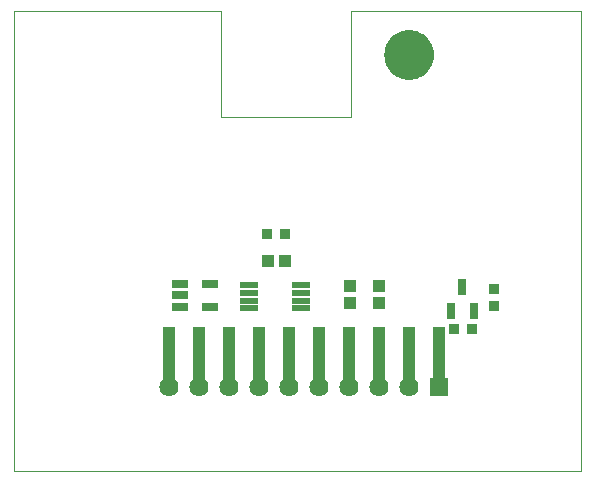
<source format=gts>
G75*
%MOIN*%
%OFA0B0*%
%FSLAX24Y24*%
%IPPOS*%
%LPD*%
%AMOC8*
5,1,8,0,0,1.08239X$1,22.5*
%
%ADD10C,0.0000*%
%ADD11C,0.1654*%
%ADD12R,0.0540X0.0260*%
%ADD13R,0.0600X0.0210*%
%ADD14R,0.0260X0.0540*%
%ADD15R,0.0355X0.0355*%
%ADD16R,0.0414X0.0414*%
%ADD17R,0.0640X0.0640*%
%ADD18C,0.0640*%
%ADD19R,0.0434X0.2040*%
D10*
X000139Y000149D02*
X000139Y015504D01*
X007029Y015504D01*
X007029Y011960D01*
X011360Y011960D01*
X011360Y015504D01*
X019037Y015504D01*
X019037Y000149D01*
X000139Y000149D01*
X012482Y014047D02*
X012484Y014103D01*
X012490Y014159D01*
X012500Y014215D01*
X012513Y014269D01*
X012531Y014323D01*
X012552Y014375D01*
X012576Y014426D01*
X012605Y014475D01*
X012636Y014521D01*
X012671Y014566D01*
X012708Y014608D01*
X012749Y014647D01*
X012792Y014683D01*
X012838Y014716D01*
X012885Y014746D01*
X012935Y014772D01*
X012987Y014795D01*
X013040Y014815D01*
X013094Y014830D01*
X013149Y014842D01*
X013205Y014850D01*
X013261Y014854D01*
X013317Y014854D01*
X013373Y014850D01*
X013429Y014842D01*
X013484Y014830D01*
X013538Y014815D01*
X013591Y014795D01*
X013643Y014772D01*
X013692Y014746D01*
X013740Y014716D01*
X013786Y014683D01*
X013829Y014647D01*
X013870Y014608D01*
X013907Y014566D01*
X013942Y014521D01*
X013973Y014475D01*
X014002Y014426D01*
X014026Y014375D01*
X014047Y014323D01*
X014065Y014269D01*
X014078Y014215D01*
X014088Y014159D01*
X014094Y014103D01*
X014096Y014047D01*
X014094Y013991D01*
X014088Y013935D01*
X014078Y013879D01*
X014065Y013825D01*
X014047Y013771D01*
X014026Y013719D01*
X014002Y013668D01*
X013973Y013619D01*
X013942Y013573D01*
X013907Y013528D01*
X013870Y013486D01*
X013829Y013447D01*
X013786Y013411D01*
X013740Y013378D01*
X013693Y013348D01*
X013643Y013322D01*
X013591Y013299D01*
X013538Y013279D01*
X013484Y013264D01*
X013429Y013252D01*
X013373Y013244D01*
X013317Y013240D01*
X013261Y013240D01*
X013205Y013244D01*
X013149Y013252D01*
X013094Y013264D01*
X013040Y013279D01*
X012987Y013299D01*
X012935Y013322D01*
X012885Y013348D01*
X012838Y013378D01*
X012792Y013411D01*
X012749Y013447D01*
X012708Y013486D01*
X012671Y013528D01*
X012636Y013573D01*
X012605Y013619D01*
X012576Y013668D01*
X012552Y013719D01*
X012531Y013771D01*
X012513Y013825D01*
X012500Y013879D01*
X012490Y013935D01*
X012484Y013991D01*
X012482Y014047D01*
D11*
X013289Y014047D03*
D12*
X006673Y006386D03*
X006673Y005646D03*
X005653Y005646D03*
X005653Y006016D03*
X005653Y006386D03*
D13*
X007980Y006357D03*
X007980Y006107D03*
X007980Y005847D03*
X007980Y005597D03*
X009700Y005597D03*
X009700Y005847D03*
X009700Y006107D03*
X009700Y006357D03*
D14*
X014712Y005488D03*
X015452Y005488D03*
X015082Y006308D03*
D15*
X016119Y006243D03*
X016119Y005653D03*
X015398Y004895D03*
X014807Y004895D03*
X009157Y008071D03*
X008567Y008071D03*
D16*
X008605Y007169D03*
X009176Y007169D03*
X011317Y006341D03*
X011317Y005770D03*
X012298Y005770D03*
X012298Y006341D03*
D17*
X014313Y002967D03*
D18*
X013313Y002967D03*
X012313Y002967D03*
X011313Y002967D03*
X010313Y002967D03*
X009313Y002967D03*
X008313Y002967D03*
X007313Y002967D03*
X006313Y002967D03*
X005313Y002967D03*
D19*
X005305Y003968D03*
X006305Y003968D03*
X007305Y003968D03*
X008305Y003968D03*
X009305Y003968D03*
X010305Y003968D03*
X011305Y003968D03*
X012305Y003968D03*
X013305Y003968D03*
X014305Y003968D03*
M02*

</source>
